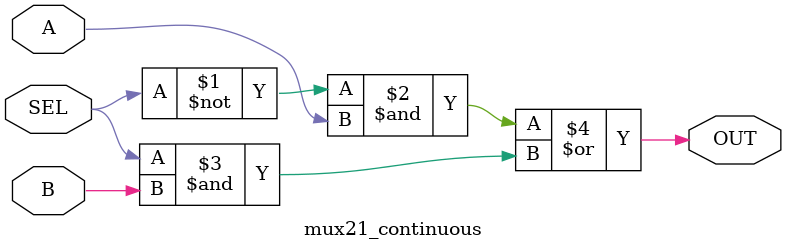
<source format=v>

module mux21_continuous( SEL, A, B, OUT );
    // I/O
    input SEL, A, B;
    output OUT;

    // Continuous Assignment Approach
    assign OUT = (~SEL & A) | (SEL & B );
endmodule

</source>
